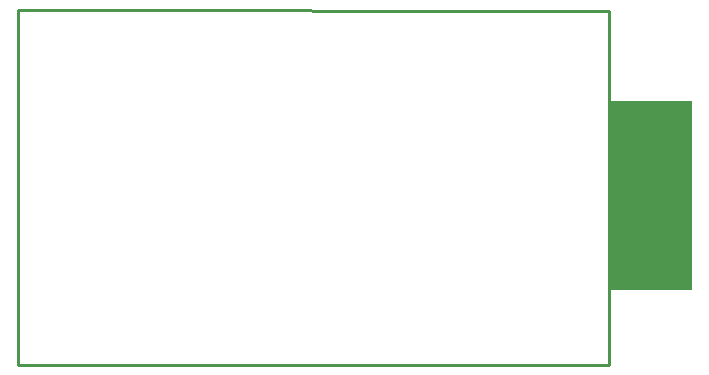
<source format=gko>
G04 Layer_Color=16711935*
%FSLAX25Y25*%
%MOIN*%
G70*
G01*
G75*
%ADD45C,0.01000*%
G36*
X224524Y24943D02*
X197002D01*
Y87971D01*
X224524D01*
Y24943D01*
D02*
G37*
D45*
X0Y0D02*
X196850D01*
X0D02*
Y118110D01*
X196850Y118000D01*
Y0D02*
Y118000D01*
M02*

</source>
